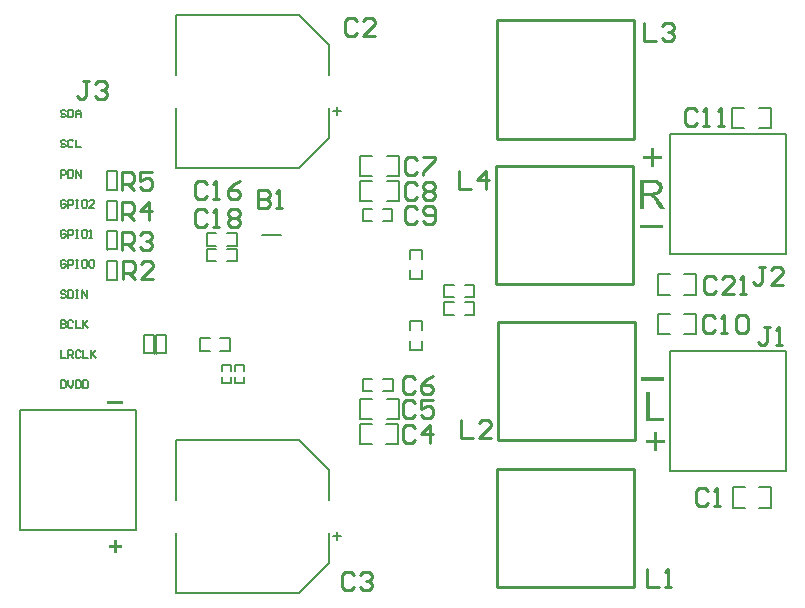
<source format=gto>
G04*
G04 #@! TF.GenerationSoftware,Altium Limited,Altium Designer,23.1.1 (15)*
G04*
G04 Layer_Color=65535*
%FSLAX44Y44*%
%MOMM*%
G71*
G04*
G04 #@! TF.SameCoordinates,268351B6-6D58-47A7-88F6-7EDC03A6DC4B*
G04*
G04*
G04 #@! TF.FilePolarity,Positive*
G04*
G01*
G75*
%ADD10C,0.1270*%
%ADD11C,0.2540*%
%ADD12C,0.0032*%
%ADD13C,0.2000*%
G36*
X91772Y165650D02*
X78803D01*
Y167671D01*
X91772D01*
Y165650D01*
D02*
G37*
G36*
X549480Y313944D02*
X530020D01*
Y316976D01*
X549480D01*
Y313944D01*
D02*
G37*
G36*
X541668Y375498D02*
X548296D01*
Y372713D01*
X541668D01*
Y366014D01*
X538848D01*
Y372713D01*
X532220D01*
Y375498D01*
X538848D01*
Y382126D01*
X541668D01*
Y375498D01*
D02*
G37*
G36*
X550334Y184912D02*
X530873D01*
Y187944D01*
X550334D01*
Y184912D01*
D02*
G37*
G36*
X544208Y134960D02*
X550836D01*
Y132175D01*
X544208D01*
Y125476D01*
X541388D01*
Y132175D01*
X534760D01*
Y134960D01*
X541388D01*
Y141588D01*
X544208D01*
Y134960D01*
D02*
G37*
G36*
X541139Y355069D02*
X541457D01*
X542197Y355034D01*
X542973Y354928D01*
X543819Y354823D01*
X544594Y354646D01*
X544982Y354540D01*
X545299Y354435D01*
X545335D01*
X545370Y354399D01*
X545582Y354294D01*
X545899Y354153D01*
X546287Y353906D01*
X546710Y353589D01*
X547168Y353166D01*
X547591Y352672D01*
X548014Y352108D01*
Y352073D01*
X548049Y352037D01*
X548190Y351826D01*
X548331Y351473D01*
X548543Y351015D01*
X548719Y350486D01*
X548895Y349852D01*
X549001Y349182D01*
X549036Y348441D01*
Y348406D01*
Y348336D01*
Y348195D01*
X549001Y348018D01*
Y347771D01*
X548966Y347525D01*
X548825Y346925D01*
X548614Y346220D01*
X548331Y345480D01*
X547908Y344740D01*
X547626Y344387D01*
X547344Y344035D01*
X547309Y343999D01*
X547274Y343964D01*
X547168Y343858D01*
X547027Y343752D01*
X546851Y343611D01*
X546639Y343470D01*
X546357Y343294D01*
X546075Y343083D01*
X545723Y342906D01*
X545335Y342730D01*
X544912Y342519D01*
X544453Y342342D01*
X543924Y342201D01*
X543396Y342025D01*
X542796Y341919D01*
X542162Y341813D01*
X542232Y341778D01*
X542373Y341708D01*
X542585Y341567D01*
X542867Y341426D01*
X543502Y341038D01*
X543819Y340791D01*
X544101Y340579D01*
X544171Y340509D01*
X544348Y340333D01*
X544630Y340051D01*
X544982Y339698D01*
X545370Y339204D01*
X545828Y338676D01*
X546287Y338041D01*
X546780Y337336D01*
X550976Y330708D01*
X546956D01*
X543748Y335785D01*
Y335820D01*
X543678Y335891D01*
X543607Y335996D01*
X543502Y336137D01*
X543255Y336525D01*
X542937Y337019D01*
X542550Y337547D01*
X542162Y338112D01*
X541774Y338640D01*
X541421Y339134D01*
X541386Y339169D01*
X541280Y339310D01*
X541104Y339522D01*
X540857Y339769D01*
X540328Y340297D01*
X540047Y340544D01*
X539764Y340756D01*
X539729Y340791D01*
X539659Y340826D01*
X539518Y340897D01*
X539306Y341003D01*
X539095Y341108D01*
X538848Y341214D01*
X538284Y341390D01*
X538248D01*
X538178Y341426D01*
X538037D01*
X537861Y341461D01*
X537614Y341496D01*
X537332D01*
X536944Y341531D01*
X532784D01*
Y330708D01*
X529540D01*
Y355105D01*
X540857D01*
X541139Y355069D01*
D02*
G37*
G36*
X538409Y153767D02*
X550431D01*
Y150876D01*
X535165D01*
Y175273D01*
X538409D01*
Y153767D01*
D02*
G37*
G36*
X87008Y45981D02*
X91284D01*
Y43068D01*
X87008D01*
Y38862D01*
X84165D01*
Y43068D01*
X79912D01*
Y45981D01*
X84165D01*
Y50187D01*
X87008D01*
Y45981D01*
D02*
G37*
%LPC*%
G36*
X540470Y352390D02*
X532784D01*
Y344316D01*
X540047D01*
X540470Y344352D01*
X540963Y344387D01*
X541527Y344422D01*
X542091Y344493D01*
X542655Y344599D01*
X543149Y344740D01*
X543219Y344775D01*
X543360Y344845D01*
X543572Y344951D01*
X543854Y345092D01*
X544171Y345304D01*
X544489Y345550D01*
X544806Y345868D01*
X545053Y346220D01*
X545088Y346255D01*
X545159Y346397D01*
X545264Y346608D01*
X545405Y346890D01*
X545511Y347207D01*
X545617Y347560D01*
X545687Y347983D01*
X545723Y348406D01*
Y348441D01*
Y348477D01*
X545687Y348688D01*
X545652Y349005D01*
X545582Y349428D01*
X545405Y349852D01*
X545194Y350345D01*
X544876Y350803D01*
X544453Y351262D01*
X544383Y351297D01*
X544207Y351438D01*
X543924Y351614D01*
X543466Y351826D01*
X542937Y352037D01*
X542232Y352214D01*
X541421Y352355D01*
X540470Y352390D01*
D02*
G37*
%LPD*%
D10*
X269652Y413236D02*
X276764D01*
X273208Y409680D02*
Y416792D01*
X136810Y443811D02*
Y494770D01*
X240950D01*
X266350Y469370D01*
Y443811D02*
Y469370D01*
Y390630D02*
Y416030D01*
X240950Y365230D02*
X266350Y390630D01*
X136810Y365230D02*
X240950D01*
X136810D02*
Y416189D01*
Y5436D02*
Y56395D01*
Y5436D02*
X240950D01*
X266350Y30836D01*
Y56236D01*
Y84017D02*
Y109576D01*
X240950Y134976D02*
X266350Y109576D01*
X136810Y134976D02*
X240950D01*
X136810Y84017D02*
Y134976D01*
X273208Y49886D02*
Y56998D01*
X269652Y53442D02*
X276764D01*
X4800Y58420D02*
Y160020D01*
Y58420D02*
X102800D01*
Y160020D01*
X4800D02*
X102800D01*
X334666Y210554D02*
X345334D01*
Y218428D01*
X334666Y210554D02*
Y218428D01*
Y235446D02*
X345334D01*
Y227572D02*
Y235446D01*
X334666Y227572D02*
Y235446D01*
X78836Y346604D02*
Y362352D01*
X86964D01*
X78836Y346604D02*
X86964D01*
Y362352D01*
X78836Y321029D02*
Y336777D01*
X86964D01*
X78836Y321029D02*
X86964D01*
Y336777D01*
X78836Y296080D02*
Y311828D01*
X86964D01*
X78836Y296080D02*
X86964D01*
Y311828D01*
X78836Y270622D02*
Y286370D01*
X86964D01*
X78836Y270622D02*
X86964D01*
Y286370D01*
X120396Y208026D02*
Y223774D01*
X128524D01*
X120396Y208026D02*
X128524D01*
Y223774D01*
X118364Y208026D02*
Y223774D01*
X110236Y208026D02*
X118364D01*
X110236Y223774D02*
X118364D01*
X110236Y208026D02*
Y223774D01*
X182371Y210176D02*
Y220844D01*
X174497D02*
X182371D01*
X174497Y210176D02*
X182371D01*
X157479D02*
Y220844D01*
X165353D01*
X157479Y210176D02*
X165353D01*
X175555Y182751D02*
X183683D01*
X175555D02*
Y187831D01*
X183683Y182751D02*
Y187831D01*
X175555Y198499D02*
X183683D01*
X175555Y193419D02*
Y198499D01*
X183683Y193419D02*
Y198499D01*
X186478Y182624D02*
X194606D01*
X186478D02*
Y187704D01*
X194606Y182624D02*
Y187704D01*
X186478Y198372D02*
X194606D01*
X186478Y193292D02*
Y198372D01*
X194606Y193292D02*
Y198372D01*
X188214Y286176D02*
Y296844D01*
X180340D02*
X188214D01*
X180340Y286176D02*
X188214D01*
X163322D02*
Y296844D01*
X171196D01*
X163322Y286176D02*
X171196D01*
X188212Y299176D02*
Y309844D01*
X180338D02*
X188212D01*
X180338Y299176D02*
X188212D01*
X163320D02*
Y309844D01*
X171194D01*
X163320Y299176D02*
X171194D01*
X295402Y176022D02*
Y186690D01*
Y176022D02*
X303276D01*
X295402Y186690D02*
X303276D01*
X320294Y176022D02*
Y186690D01*
X312420Y176022D02*
X320294D01*
X312420Y186690D02*
X320294D01*
X315214Y169418D02*
X325374D01*
X315214Y152146D02*
X325374D01*
Y169418D01*
X292862D02*
X303022D01*
X292862Y152146D02*
X303022D01*
X292862D02*
Y169418D01*
X315118Y148336D02*
X325278D01*
X315118Y131064D02*
X325278D01*
Y148336D01*
X292766D02*
X302926D01*
X292766Y131064D02*
X302926D01*
X292766D02*
Y148336D01*
X315166Y375412D02*
X325326D01*
X315166Y358140D02*
X325326D01*
Y375412D01*
X292814D02*
X302974D01*
X292814Y358140D02*
X302974D01*
X292814D02*
Y375412D01*
X315168Y354330D02*
X325328D01*
X315168Y337058D02*
X325328D01*
Y354330D01*
X292816D02*
X302976D01*
X292816Y337058D02*
X302976D01*
X292816D02*
Y354330D01*
X389128Y255454D02*
Y266122D01*
X381254D02*
X389128D01*
X381254Y255454D02*
X389128D01*
X364236D02*
Y266122D01*
X372110D01*
X364236Y255454D02*
X372110D01*
X334666Y295700D02*
X345334D01*
X334666Y287826D02*
Y295700D01*
X345334Y287826D02*
Y295700D01*
X334666Y270808D02*
X345334D01*
X334666D02*
Y278682D01*
X345334Y270808D02*
Y278682D01*
X389128Y240792D02*
Y251460D01*
X381254D02*
X389128D01*
X381254Y240792D02*
X389128D01*
X364236D02*
Y251460D01*
X372110D01*
X364236Y240792D02*
X372110D01*
X295148Y319786D02*
Y330454D01*
Y319786D02*
X303022D01*
X295148Y330454D02*
X303022D01*
X320040Y319786D02*
Y330454D01*
X312166Y319786D02*
X320040D01*
X312166Y330454D02*
X320040D01*
X545084Y257848D02*
X555244D01*
X545084Y275120D02*
X555244D01*
X545084Y257848D02*
Y275120D01*
X567436Y257848D02*
X577596D01*
X567436Y275120D02*
X577596D01*
Y257848D02*
Y275120D01*
X630633Y94742D02*
X640793D01*
X630633Y77470D02*
X640793D01*
Y94742D01*
X608281D02*
X618441D01*
X608281Y77470D02*
X618441D01*
X608281D02*
Y94742D01*
X555060Y108204D02*
X653060D01*
X555060D02*
Y209804D01*
X653060D01*
Y108204D02*
Y209804D01*
X545084Y224282D02*
X555244D01*
X545084Y241554D02*
X555244D01*
X545084Y224282D02*
Y241554D01*
X567436Y224282D02*
X577596D01*
X567436Y241554D02*
X577596D01*
Y224282D02*
Y241554D01*
X630428Y415798D02*
X640588D01*
X630428Y398526D02*
X640588D01*
Y415798D01*
X608076D02*
X618236D01*
X608076Y398526D02*
X618236D01*
X608076D02*
Y415798D01*
X555060Y292354D02*
X653060D01*
X555060D02*
Y393954D01*
X653060D01*
Y292354D02*
Y393954D01*
X39170Y185195D02*
Y178847D01*
X42344D01*
X43402Y179905D01*
Y184137D01*
X42344Y185195D01*
X39170D01*
X45518D02*
Y180963D01*
X47634Y178847D01*
X49750Y180963D01*
Y185195D01*
X51866D02*
Y178847D01*
X55040D01*
X56098Y179905D01*
Y184137D01*
X55040Y185195D01*
X51866D01*
X58214D02*
Y178847D01*
X61388D01*
X62446Y179905D01*
Y184137D01*
X61388Y185195D01*
X58214D01*
X39170Y210648D02*
Y204300D01*
X43402D01*
X45518D02*
Y210648D01*
X48692D01*
X49750Y209590D01*
Y207474D01*
X48692Y206416D01*
X45518D01*
X47634D02*
X49750Y204300D01*
X56098Y209590D02*
X55040Y210648D01*
X52924D01*
X51866Y209590D01*
Y205358D01*
X52924Y204300D01*
X55040D01*
X56098Y205358D01*
X58214Y210648D02*
Y204300D01*
X62446D01*
X64562Y210648D02*
Y204300D01*
Y206416D01*
X68794Y210648D01*
X65620Y207474D01*
X68794Y204300D01*
X39170Y236101D02*
Y229753D01*
X42344D01*
X43402Y230811D01*
Y231869D01*
X42344Y232927D01*
X39170D01*
X42344D01*
X43402Y233985D01*
Y235043D01*
X42344Y236101D01*
X39170D01*
X49750Y235043D02*
X48692Y236101D01*
X46576D01*
X45518Y235043D01*
Y230811D01*
X46576Y229753D01*
X48692D01*
X49750Y230811D01*
X51866Y236101D02*
Y229753D01*
X56098D01*
X58214Y236101D02*
Y229753D01*
Y231869D01*
X62446Y236101D01*
X59272Y232927D01*
X62446Y229753D01*
X43402Y260496D02*
X42344Y261554D01*
X40228D01*
X39170Y260496D01*
Y259438D01*
X40228Y258380D01*
X42344D01*
X43402Y257322D01*
Y256264D01*
X42344Y255206D01*
X40228D01*
X39170Y256264D01*
X45518Y261554D02*
Y255206D01*
X48692D01*
X49750Y256264D01*
Y260496D01*
X48692Y261554D01*
X45518D01*
X51866D02*
X53982D01*
X52924D01*
Y255206D01*
X51866D01*
X53982D01*
X57156D02*
Y261554D01*
X61388Y255206D01*
Y261554D01*
X43402Y285949D02*
X42344Y287007D01*
X40228D01*
X39170Y285949D01*
Y281717D01*
X40228Y280659D01*
X42344D01*
X43402Y281717D01*
Y283833D01*
X41286D01*
X45518Y280659D02*
Y287007D01*
X48692D01*
X49750Y285949D01*
Y283833D01*
X48692Y282775D01*
X45518D01*
X51866Y287007D02*
X53982D01*
X52924D01*
Y280659D01*
X51866D01*
X53982D01*
X60330Y287007D02*
X58214D01*
X57156Y285949D01*
Y281717D01*
X58214Y280659D01*
X60330D01*
X61388Y281717D01*
Y285949D01*
X60330Y287007D01*
X63504Y285949D02*
X64562Y287007D01*
X66678D01*
X67736Y285949D01*
Y281717D01*
X66678Y280659D01*
X64562D01*
X63504Y281717D01*
Y285949D01*
X43402Y311402D02*
X42344Y312460D01*
X40228D01*
X39170Y311402D01*
Y307170D01*
X40228Y306112D01*
X42344D01*
X43402Y307170D01*
Y309286D01*
X41286D01*
X45518Y306112D02*
Y312460D01*
X48692D01*
X49750Y311402D01*
Y309286D01*
X48692Y308228D01*
X45518D01*
X51866Y312460D02*
X53982D01*
X52924D01*
Y306112D01*
X51866D01*
X53982D01*
X60330Y312460D02*
X58214D01*
X57156Y311402D01*
Y307170D01*
X58214Y306112D01*
X60330D01*
X61388Y307170D01*
Y311402D01*
X60330Y312460D01*
X63504Y306112D02*
X65620D01*
X64562D01*
Y312460D01*
X63504Y311402D01*
X43402Y336855D02*
X42344Y337913D01*
X40228D01*
X39170Y336855D01*
Y332623D01*
X40228Y331565D01*
X42344D01*
X43402Y332623D01*
Y334739D01*
X41286D01*
X45518Y331565D02*
Y337913D01*
X48692D01*
X49750Y336855D01*
Y334739D01*
X48692Y333681D01*
X45518D01*
X51866Y337913D02*
X53982D01*
X52924D01*
Y331565D01*
X51866D01*
X53982D01*
X60330Y337913D02*
X58214D01*
X57156Y336855D01*
Y332623D01*
X58214Y331565D01*
X60330D01*
X61388Y332623D01*
Y336855D01*
X60330Y337913D01*
X67736Y331565D02*
X63504D01*
X67736Y335797D01*
Y336855D01*
X66678Y337913D01*
X64562D01*
X63504Y336855D01*
X39170Y357018D02*
Y363366D01*
X42344D01*
X43402Y362308D01*
Y360192D01*
X42344Y359134D01*
X39170D01*
X45518Y363366D02*
Y357018D01*
X48692D01*
X49750Y358076D01*
Y362308D01*
X48692Y363366D01*
X45518D01*
X51866Y357018D02*
Y363366D01*
X56098Y357018D01*
Y363366D01*
X43402Y387761D02*
X42344Y388819D01*
X40228D01*
X39170Y387761D01*
Y386703D01*
X40228Y385645D01*
X42344D01*
X43402Y384587D01*
Y383529D01*
X42344Y382471D01*
X40228D01*
X39170Y383529D01*
X49750Y387761D02*
X48692Y388819D01*
X46576D01*
X45518Y387761D01*
Y383529D01*
X46576Y382471D01*
X48692D01*
X49750Y383529D01*
X51866Y388819D02*
Y382471D01*
X56098D01*
X43402Y413214D02*
X42344Y414272D01*
X40228D01*
X39170Y413214D01*
Y412156D01*
X40228Y411098D01*
X42344D01*
X43402Y410040D01*
Y408982D01*
X42344Y407924D01*
X40228D01*
X39170Y408982D01*
X45518Y414272D02*
Y407924D01*
X48692D01*
X49750Y408982D01*
Y413214D01*
X48692Y414272D01*
X45518D01*
X51866Y407924D02*
Y412156D01*
X53982Y414272D01*
X56098Y412156D01*
Y407924D01*
Y411098D01*
X51866D01*
D11*
X408494Y390000D02*
Y490000D01*
X524494Y390000D02*
Y490000D01*
X408494D02*
X524494D01*
X408494Y390000D02*
X524494D01*
X409358Y134912D02*
Y234912D01*
X525358Y134912D02*
Y234912D01*
X409358D02*
X525358D01*
X409358Y134912D02*
X525358D01*
X407834Y266484D02*
Y366484D01*
X523834Y266484D02*
Y366484D01*
X407834D02*
X523834D01*
X407834Y266484D02*
X523834D01*
X408494Y10000D02*
Y110000D01*
X524494Y10000D02*
Y110000D01*
X408494D02*
X524494D01*
X408494Y10000D02*
X524494D01*
X287433Y20420D02*
X284894Y22959D01*
X279815D01*
X277276Y20420D01*
Y10264D01*
X279815Y7724D01*
X284894D01*
X287433Y10264D01*
X292511Y20420D02*
X295050Y22959D01*
X300129D01*
X302668Y20420D01*
Y17881D01*
X300129Y15342D01*
X297589D01*
X300129D01*
X302668Y12803D01*
Y10264D01*
X300129Y7724D01*
X295050D01*
X292511Y10264D01*
X63641Y438446D02*
X58562D01*
X61102D01*
Y425750D01*
X58562Y423210D01*
X56023D01*
X53484Y425750D01*
X68719Y435906D02*
X71258Y438446D01*
X76337D01*
X78876Y435906D01*
Y433367D01*
X76337Y430828D01*
X73797D01*
X76337D01*
X78876Y428289D01*
Y425750D01*
X76337Y423210D01*
X71258D01*
X68719Y425750D01*
X91283Y346859D02*
Y362094D01*
X98900D01*
X101440Y359555D01*
Y354476D01*
X98900Y351937D01*
X91283D01*
X96361D02*
X101440Y346859D01*
X116675Y362094D02*
X106518D01*
Y354476D01*
X111596Y357015D01*
X114136D01*
X116675Y354476D01*
Y349398D01*
X114136Y346859D01*
X109057D01*
X106518Y349398D01*
X91285Y321284D02*
Y336519D01*
X98902D01*
X101441Y333980D01*
Y328902D01*
X98902Y326362D01*
X91285D01*
X96363D02*
X101441Y321284D01*
X114137D02*
Y336519D01*
X106520Y328902D01*
X116676D01*
X91286Y296052D02*
Y311287D01*
X98904D01*
X101443Y308748D01*
Y303669D01*
X98904Y301130D01*
X91286D01*
X96364D02*
X101443Y296052D01*
X106521Y308748D02*
X109060Y311287D01*
X114139D01*
X116678Y308748D01*
Y306208D01*
X114139Y303669D01*
X111600D01*
X114139D01*
X116678Y301130D01*
Y298591D01*
X114139Y296052D01*
X109060D01*
X106521Y298591D01*
X91703Y270877D02*
Y286112D01*
X99320D01*
X101860Y283573D01*
Y278495D01*
X99320Y275956D01*
X91703D01*
X96781D02*
X101860Y270877D01*
X117095D02*
X106938D01*
X117095Y281034D01*
Y283573D01*
X114556Y286112D01*
X109477D01*
X106938Y283573D01*
X376686Y362455D02*
Y347220D01*
X386843D01*
X399539D02*
Y362455D01*
X391921Y354838D01*
X402078D01*
X533404Y487677D02*
Y472443D01*
X543561D01*
X548639Y485138D02*
X551178Y487677D01*
X556257D01*
X558796Y485138D01*
Y482599D01*
X556257Y480060D01*
X553717D01*
X556257D01*
X558796Y477521D01*
Y474982D01*
X556257Y472443D01*
X551178D01*
X548639Y474982D01*
X378210Y151382D02*
Y136146D01*
X388367D01*
X403602D02*
X393445D01*
X403602Y146303D01*
Y148842D01*
X401063Y151382D01*
X395984D01*
X393445Y148842D01*
X535943Y25398D02*
Y10163D01*
X546100D01*
X551178D02*
X556257D01*
X553718D01*
Y25398D01*
X551178Y22858D01*
X636017Y281430D02*
X630938D01*
X633478D01*
Y268734D01*
X630938Y266194D01*
X628399D01*
X625860Y268734D01*
X651252Y266194D02*
X641095D01*
X651252Y276351D01*
Y278890D01*
X648713Y281430D01*
X643634D01*
X641095Y278890D01*
X640080Y230121D02*
X635002D01*
X637541D01*
Y217426D01*
X635002Y214886D01*
X632463D01*
X629923Y217426D01*
X645158Y214886D02*
X650237D01*
X647698D01*
Y230121D01*
X645158Y227582D01*
X594362Y271273D02*
X591823Y273812D01*
X586745D01*
X584206Y271273D01*
Y261116D01*
X586745Y258577D01*
X591823D01*
X594362Y261116D01*
X609598Y258577D02*
X599441D01*
X609598Y268734D01*
Y271273D01*
X607058Y273812D01*
X601980D01*
X599441Y271273D01*
X614676Y258577D02*
X619754D01*
X617215D01*
Y273812D01*
X614676Y271273D01*
X163071Y328166D02*
X160532Y330705D01*
X155453D01*
X152914Y328166D01*
Y318010D01*
X155453Y315471D01*
X160532D01*
X163071Y318010D01*
X168149Y315471D02*
X173228D01*
X170688D01*
Y330705D01*
X168149Y328166D01*
X180845D02*
X183384Y330705D01*
X188463D01*
X191002Y328166D01*
Y325627D01*
X188463Y323088D01*
X191002Y320549D01*
Y318010D01*
X188463Y315471D01*
X183384D01*
X180845Y318010D01*
Y320549D01*
X183384Y323088D01*
X180845Y325627D01*
Y328166D01*
X183384Y323088D02*
X188463D01*
X163071Y351534D02*
X160532Y354073D01*
X155453D01*
X152914Y351534D01*
Y341378D01*
X155453Y338839D01*
X160532D01*
X163071Y341378D01*
X168149Y338839D02*
X173228D01*
X170688D01*
Y354073D01*
X168149Y351534D01*
X191002Y354073D02*
X185924Y351534D01*
X180845Y346456D01*
Y341378D01*
X183384Y338839D01*
X188463D01*
X191002Y341378D01*
Y343917D01*
X188463Y346456D01*
X180845D01*
X578106Y413002D02*
X575567Y415541D01*
X570489D01*
X567949Y413002D01*
Y402846D01*
X570489Y400307D01*
X575567D01*
X578106Y402846D01*
X583184Y400307D02*
X588263D01*
X585724D01*
Y415541D01*
X583184Y413002D01*
X595880Y400307D02*
X600959D01*
X598419D01*
Y415541D01*
X595880Y413002D01*
X593093Y237996D02*
X590554Y240536D01*
X585475D01*
X582936Y237996D01*
Y227840D01*
X585475Y225301D01*
X590554D01*
X593093Y227840D01*
X598171Y225301D02*
X603250D01*
X600710D01*
Y240536D01*
X598171Y237996D01*
X610867D02*
X613406Y240536D01*
X618485D01*
X621024Y237996D01*
Y227840D01*
X618485Y225301D01*
X613406D01*
X610867Y227840D01*
Y237996D01*
X340869Y330036D02*
X338330Y332575D01*
X333251D01*
X330712Y330036D01*
Y319879D01*
X333251Y317340D01*
X338330D01*
X340869Y319879D01*
X345947D02*
X348486Y317340D01*
X353565D01*
X356104Y319879D01*
Y330036D01*
X353565Y332575D01*
X348486D01*
X345947Y330036D01*
Y327497D01*
X348486Y324957D01*
X356104D01*
X340869Y351026D02*
X338330Y353565D01*
X333251D01*
X330712Y351026D01*
Y340870D01*
X333251Y338330D01*
X338330D01*
X340869Y340870D01*
X345947Y351026D02*
X348486Y353565D01*
X353565D01*
X356104Y351026D01*
Y348487D01*
X353565Y345948D01*
X356104Y343409D01*
Y340870D01*
X353565Y338330D01*
X348486D01*
X345947Y340870D01*
Y343409D01*
X348486Y345948D01*
X345947Y348487D01*
Y351026D01*
X348486Y345948D02*
X353565D01*
X340869Y371853D02*
X338330Y374392D01*
X333251D01*
X330712Y371853D01*
Y361696D01*
X333251Y359157D01*
X338330D01*
X340869Y361696D01*
X345947Y374392D02*
X356104D01*
Y371853D01*
X345947Y361696D01*
Y359157D01*
X339595Y186436D02*
X337056Y188975D01*
X331977D01*
X329438Y186436D01*
Y176279D01*
X331977Y173740D01*
X337056D01*
X339595Y176279D01*
X354830Y188975D02*
X349752Y186436D01*
X344673Y181358D01*
Y176279D01*
X347212Y173740D01*
X352291D01*
X354830Y176279D01*
Y178818D01*
X352291Y181358D01*
X344673D01*
X339595Y165859D02*
X337056Y168398D01*
X331977D01*
X329438Y165859D01*
Y155702D01*
X331977Y153163D01*
X337056D01*
X339595Y155702D01*
X354830Y168398D02*
X344673D01*
Y160780D01*
X349752Y163320D01*
X352291D01*
X354830Y160780D01*
Y155702D01*
X352291Y153163D01*
X347212D01*
X344673Y155702D01*
X339341Y144777D02*
X336802Y147316D01*
X331723D01*
X329184Y144777D01*
Y134620D01*
X331723Y132081D01*
X336802D01*
X339341Y134620D01*
X352037Y132081D02*
Y147316D01*
X344419Y139698D01*
X354576D01*
X289815Y489710D02*
X287276Y492249D01*
X282197D01*
X279658Y489710D01*
Y479554D01*
X282197Y477015D01*
X287276D01*
X289815Y479554D01*
X305050Y477015D02*
X294893D01*
X305050Y487171D01*
Y489710D01*
X302511Y492249D01*
X297432D01*
X294893Y489710D01*
X587710Y91184D02*
X585171Y93723D01*
X580093D01*
X577553Y91184D01*
Y81028D01*
X580093Y78488D01*
X585171D01*
X587710Y81028D01*
X592789Y78488D02*
X597867D01*
X595328D01*
Y93723D01*
X592789Y91184D01*
X206759Y346454D02*
Y331218D01*
X214377D01*
X216916Y333758D01*
Y336297D01*
X214377Y338836D01*
X206759D01*
X214377D01*
X216916Y341375D01*
Y343914D01*
X214377Y346454D01*
X206759D01*
X221994Y331218D02*
X227073D01*
X224534D01*
Y346454D01*
X221994Y343914D01*
D12*
X78582Y346350D02*
Y362606D01*
Y320775D02*
Y337031D01*
Y295826D02*
Y312082D01*
Y270368D02*
Y286624D01*
X120142Y207772D02*
Y224028D01*
X118618Y207772D02*
Y224028D01*
D13*
X209480Y308010D02*
X226230D01*
M02*

</source>
